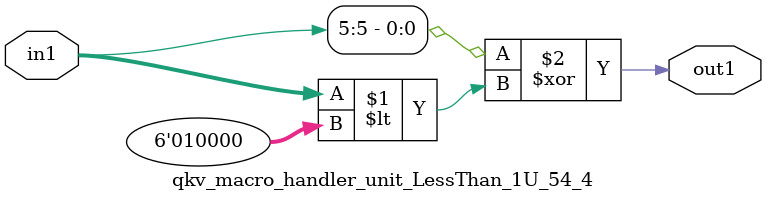
<source format=v>

`timescale 1ps / 1ps


module qkv_macro_handler_unit_LessThan_1U_54_4( in1, out1 );

    input [5:0] in1;
    output out1;

    
    // rtl_process:qkv_macro_handler_unit_LessThan_1U_54_4/qkv_macro_handler_unit_LessThan_1U_54_4_thread_1
    assign out1 = (in1[5] ^ in1 < 6'd16);

endmodule


</source>
